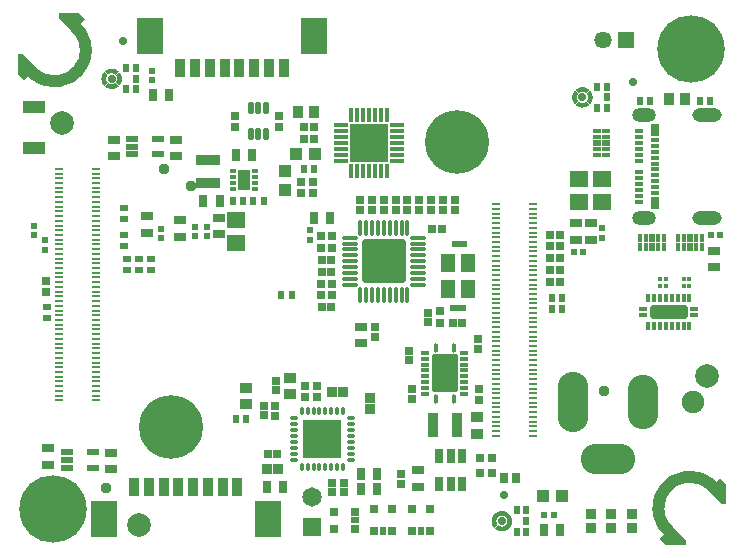
<source format=gbs>
G04*
G04 #@! TF.GenerationSoftware,Altium Limited,Altium Designer,21.6.1 (37)*
G04*
G04 Layer_Color=16711935*
%FSLAX44Y44*%
%MOMM*%
G71*
G04*
G04 #@! TF.SameCoordinates,7F95C58A-CF7D-4278-AF47-FD52C239B5E1*
G04*
G04*
G04 #@! TF.FilePolarity,Negative*
G04*
G01*
G75*
%ADD48R,0.6200X0.6200*%
%ADD50R,0.6200X0.6200*%
%ADD62R,0.6220X0.7000*%
%ADD64R,1.0000X0.8000*%
%ADD65R,0.8000X1.0000*%
%ADD66R,1.1032X0.9032*%
%ADD67R,0.9032X1.1032*%
%ADD68R,0.7532X0.6532*%
%ADD69R,0.6532X0.7532*%
%ADD70R,0.7232X0.7232*%
%ADD71R,0.7232X0.7232*%
%ADD73C,0.9532*%
%ADD76C,2.0000*%
%ADD81R,1.6000X1.4000*%
%ADD82R,0.5500X0.6500*%
%ADD83R,1.1000X1.0000*%
G04:AMPARAMS|DCode=84|XSize=0.38mm|YSize=0.74mm|CornerRadius=0.13mm|HoleSize=0mm|Usage=FLASHONLY|Rotation=90.000|XOffset=0mm|YOffset=0mm|HoleType=Round|Shape=RoundedRectangle|*
%AMROUNDEDRECTD84*
21,1,0.3800,0.4800,0,0,90.0*
21,1,0.1200,0.7400,0,0,90.0*
1,1,0.2600,0.2400,0.0600*
1,1,0.2600,0.2400,-0.0600*
1,1,0.2600,-0.2400,-0.0600*
1,1,0.2600,-0.2400,0.0600*
%
%ADD84ROUNDEDRECTD84*%
G04:AMPARAMS|DCode=86|XSize=0.39mm|YSize=0.79mm|CornerRadius=0.1325mm|HoleSize=0mm|Usage=FLASHONLY|Rotation=0.000|XOffset=0mm|YOffset=0mm|HoleType=Round|Shape=RoundedRectangle|*
%AMROUNDEDRECTD86*
21,1,0.3900,0.5250,0,0,0.0*
21,1,0.1250,0.7900,0,0,0.0*
1,1,0.2650,0.0625,-0.2625*
1,1,0.2650,-0.0625,-0.2625*
1,1,0.2650,-0.0625,0.2625*
1,1,0.2650,0.0625,0.2625*
%
%ADD86ROUNDEDRECTD86*%
%ADD88R,0.6500X0.5500*%
G04:AMPARAMS|DCode=93|XSize=2.19mm|YSize=3.19mm|CornerRadius=0.1213mm|HoleSize=0mm|Usage=FLASHONLY|Rotation=0.000|XOffset=0mm|YOffset=0mm|HoleType=Round|Shape=RoundedRectangle|*
%AMROUNDEDRECTD93*
21,1,2.1900,2.9475,0,0,0.0*
21,1,1.9475,3.1900,0,0,0.0*
1,1,0.2425,0.9738,-1.4738*
1,1,0.2425,-0.9738,-1.4738*
1,1,0.2425,-0.9738,1.4738*
1,1,0.2425,0.9738,1.4738*
%
%ADD93ROUNDEDRECTD93*%
%ADD95R,0.6500X0.7500*%
%ADD97R,0.7200X0.7200*%
%ADD110C,0.7032*%
%ADD111R,1.4680X1.4680*%
%ADD112C,1.4680*%
%ADD114C,0.5060*%
%ADD115C,5.7032*%
%ADD116O,4.6000X2.6000*%
%ADD117O,2.6000X5.1000*%
%ADD118O,2.6000X4.6000*%
%ADD119C,1.9000*%
%ADD120R,1.6500X1.6500*%
%ADD121C,1.6500*%
%ADD122O,2.0000X1.2000*%
%ADD123O,2.5000X1.2000*%
%ADD124C,0.6080*%
%ADD139C,1.0000*%
%ADD197R,1.3000X1.5000*%
%ADD198R,0.7532X0.8532*%
%ADD199R,0.8232X0.8232*%
%ADD200R,0.8232X0.8232*%
%ADD201R,0.6632X0.6232*%
G04:AMPARAMS|DCode=202|XSize=0.35mm|YSize=1.3mm|CornerRadius=0.0813mm|HoleSize=0mm|Usage=FLASHONLY|Rotation=90.000|XOffset=0mm|YOffset=0mm|HoleType=Round|Shape=RoundedRectangle|*
%AMROUNDEDRECTD202*
21,1,0.3500,1.1375,0,0,90.0*
21,1,0.1875,1.3000,0,0,90.0*
1,1,0.1625,0.5688,0.0938*
1,1,0.1625,0.5688,-0.0938*
1,1,0.1625,-0.5688,-0.0938*
1,1,0.1625,-0.5688,0.0938*
%
%ADD202ROUNDEDRECTD202*%
G04:AMPARAMS|DCode=203|XSize=0.35mm|YSize=0.7mm|CornerRadius=0.1125mm|HoleSize=0mm|Usage=FLASHONLY|Rotation=180.000|XOffset=0mm|YOffset=0mm|HoleType=Round|Shape=RoundedRectangle|*
%AMROUNDEDRECTD203*
21,1,0.3500,0.4750,0,0,180.0*
21,1,0.1250,0.7000,0,0,180.0*
1,1,0.2250,-0.0625,0.2375*
1,1,0.2250,0.0625,0.2375*
1,1,0.2250,0.0625,-0.2375*
1,1,0.2250,-0.0625,-0.2375*
%
%ADD203ROUNDEDRECTD203*%
%ADD204R,0.8000X0.2800*%
%ADD205R,1.9032X1.0032*%
%ADD206R,0.4000X0.6500*%
%ADD207R,0.5000X0.6500*%
%ADD208R,0.9000X0.9000*%
%ADD209R,0.4200X0.4600*%
G04:AMPARAMS|DCode=210|XSize=0.39mm|YSize=0.74mm|CornerRadius=0.095mm|HoleSize=0mm|Usage=FLASHONLY|Rotation=0.000|XOffset=0mm|YOffset=0mm|HoleType=Round|Shape=RoundedRectangle|*
%AMROUNDEDRECTD210*
21,1,0.3900,0.5500,0,0,0.0*
21,1,0.2000,0.7400,0,0,0.0*
1,1,0.1900,0.1000,-0.2750*
1,1,0.1900,-0.1000,-0.2750*
1,1,0.1900,-0.1000,0.2750*
1,1,0.1900,0.1000,0.2750*
%
%ADD210ROUNDEDRECTD210*%
G04:AMPARAMS|DCode=211|XSize=0.39mm|YSize=0.74mm|CornerRadius=0.095mm|HoleSize=0mm|Usage=FLASHONLY|Rotation=90.000|XOffset=0mm|YOffset=0mm|HoleType=Round|Shape=RoundedRectangle|*
%AMROUNDEDRECTD211*
21,1,0.3900,0.5500,0,0,90.0*
21,1,0.2000,0.7400,0,0,90.0*
1,1,0.1900,0.2750,0.1000*
1,1,0.1900,0.2750,-0.1000*
1,1,0.1900,-0.2750,-0.1000*
1,1,0.1900,-0.2750,0.1000*
%
%ADD211ROUNDEDRECTD211*%
G04:AMPARAMS|DCode=212|XSize=1.14mm|YSize=3.14mm|CornerRadius=0.12mm|HoleSize=0mm|Usage=FLASHONLY|Rotation=90.000|XOffset=0mm|YOffset=0mm|HoleType=Round|Shape=RoundedRectangle|*
%AMROUNDEDRECTD212*
21,1,1.1400,2.9000,0,0,90.0*
21,1,0.9000,3.1400,0,0,90.0*
1,1,0.2400,1.4500,0.4500*
1,1,0.2400,1.4500,-0.4500*
1,1,0.2400,-1.4500,-0.4500*
1,1,0.2400,-1.4500,0.4500*
%
%ADD212ROUNDEDRECTD212*%
%ADD213R,1.0000X1.1000*%
%ADD214R,0.7520X0.7520*%
%ADD215R,0.7520X0.5520*%
G04:AMPARAMS|DCode=216|XSize=0.35mm|YSize=1.3mm|CornerRadius=0.0813mm|HoleSize=0mm|Usage=FLASHONLY|Rotation=0.000|XOffset=0mm|YOffset=0mm|HoleType=Round|Shape=RoundedRectangle|*
%AMROUNDEDRECTD216*
21,1,0.3500,1.1375,0,0,0.0*
21,1,0.1875,1.3000,0,0,0.0*
1,1,0.1625,0.0938,-0.5688*
1,1,0.1625,-0.0938,-0.5688*
1,1,0.1625,-0.0938,0.5688*
1,1,0.1625,0.0938,0.5688*
%
%ADD216ROUNDEDRECTD216*%
%ADD217R,0.9000X2.1000*%
%ADD218R,0.8000X0.4000*%
%ADD219O,0.4000X1.2500*%
%ADD220R,0.7000X1.2500*%
%ADD221R,0.6000X0.3800*%
%ADD222R,1.0000X0.5000*%
G04:AMPARAMS|DCode=223|XSize=0.35mm|YSize=0.7mm|CornerRadius=0.1125mm|HoleSize=0mm|Usage=FLASHONLY|Rotation=90.000|XOffset=0mm|YOffset=0mm|HoleType=Round|Shape=RoundedRectangle|*
%AMROUNDEDRECTD223*
21,1,0.3500,0.4750,0,0,90.0*
21,1,0.1250,0.7000,0,0,90.0*
1,1,0.2250,0.2375,0.0625*
1,1,0.2250,0.2375,-0.0625*
1,1,0.2250,-0.2375,-0.0625*
1,1,0.2250,-0.2375,0.0625*
%
%ADD223ROUNDEDRECTD223*%
G04:AMPARAMS|DCode=224|XSize=0.552mm|YSize=1.052mm|CornerRadius=0.176mm|HoleSize=0mm|Usage=FLASHONLY|Rotation=180.000|XOffset=0mm|YOffset=0mm|HoleType=Round|Shape=RoundedRectangle|*
%AMROUNDEDRECTD224*
21,1,0.5520,0.7000,0,0,180.0*
21,1,0.2000,1.0520,0,0,180.0*
1,1,0.3520,-0.1000,0.3500*
1,1,0.3520,0.1000,0.3500*
1,1,0.3520,0.1000,-0.3500*
1,1,0.3520,-0.1000,-0.3500*
%
%ADD224ROUNDEDRECTD224*%
%ADD225R,0.7500X0.6500*%
%ADD226R,0.7520X0.7520*%
%ADD227R,0.5520X0.7520*%
%ADD228R,2.1000X0.9000*%
%ADD229R,1.0000X1.7000*%
%ADD230R,0.6500X0.4000*%
%ADD231R,0.6500X0.5000*%
%ADD232R,0.9000X1.5000*%
%ADD233R,2.2000X3.1000*%
%ADD234R,3.2000X3.2000*%
%ADD235O,1.2500X0.4000*%
%ADD236R,3.2500X3.2500*%
G04:AMPARAMS|DCode=237|XSize=3.8mm|YSize=3.8mm|CornerRadius=0.42mm|HoleSize=0mm|Usage=FLASHONLY|Rotation=90.000|XOffset=0mm|YOffset=0mm|HoleType=Round|Shape=RoundedRectangle|*
%AMROUNDEDRECTD237*
21,1,3.8000,2.9600,0,0,90.0*
21,1,2.9600,3.8000,0,0,90.0*
1,1,0.8400,1.4800,1.4800*
1,1,0.8400,1.4800,-1.4800*
1,1,0.8400,-1.4800,-1.4800*
1,1,0.8400,-1.4800,1.4800*
%
%ADD237ROUNDEDRECTD237*%
%ADD238R,0.8000X1.1000*%
%ADD239C,5.4000*%
G36*
X56823Y444809D02*
X46216Y434203D01*
X34547Y445872D01*
Y450000D01*
X51250D01*
X56823Y444809D01*
D02*
G37*
G36*
X79942Y403112D02*
X80373Y403080D01*
X80802Y403026D01*
X81228Y402951D01*
X81650Y402854D01*
X82066Y402737D01*
X82476Y402599D01*
X82878Y402440D01*
X83272Y402262D01*
X83656Y402064D01*
X84030Y401847D01*
X84393Y401612D01*
X84743Y401359D01*
X85081Y401088D01*
X85432Y400776D01*
X82604Y397947D01*
X82446Y398081D01*
X82267Y398220D01*
X82081Y398351D01*
X81889Y398472D01*
X81691Y398583D01*
X81488Y398685D01*
X81280Y398776D01*
X81068Y398858D01*
X80853Y398929D01*
X80634Y398989D01*
X80412Y399038D01*
X80189Y399077D01*
X79963Y399105D01*
X79737Y399121D01*
X79510Y399127D01*
X79283Y399121D01*
X79057Y399105D01*
X78831Y399077D01*
X78608Y399038D01*
X78386Y398989D01*
X78167Y398929D01*
X77951Y398858D01*
X77740Y398776D01*
X77532Y398685D01*
X77329Y398583D01*
X77131Y398472D01*
X76939Y398351D01*
X76753Y398220D01*
X76574Y398081D01*
X76416Y397947D01*
X73588Y400776D01*
X73939Y401088D01*
X74276Y401359D01*
X74627Y401612D01*
X74990Y401847D01*
X75364Y402064D01*
X75748Y402262D01*
X76142Y402440D01*
X76544Y402599D01*
X76954Y402737D01*
X77370Y402854D01*
X77792Y402951D01*
X78218Y403026D01*
X78647Y403080D01*
X79078Y403112D01*
X79510Y403123D01*
X79942Y403112D01*
D02*
G37*
G36*
X15811Y403797D02*
X5204Y393191D01*
X0Y398750D01*
Y415465D01*
X4143D01*
X15811Y403797D01*
D02*
G37*
G36*
X85432Y388224D02*
X85081Y387912D01*
X84743Y387641D01*
X84393Y387388D01*
X84030Y387153D01*
X83656Y386936D01*
X83272Y386738D01*
X82878Y386560D01*
X82476Y386401D01*
X82066Y386263D01*
X81650Y386146D01*
X81228Y386049D01*
X80802Y385974D01*
X80373Y385920D01*
X79942Y385888D01*
X79510Y385877D01*
X79078Y385888D01*
X78647Y385920D01*
X78218Y385974D01*
X77792Y386049D01*
X77370Y386146D01*
X76954Y386263D01*
X76544Y386401D01*
X76142Y386560D01*
X75748Y386738D01*
X75364Y386936D01*
X74990Y387153D01*
X74627Y387388D01*
X74276Y387641D01*
X73939Y387912D01*
X73588Y388224D01*
X76416Y391053D01*
X76574Y390919D01*
X76753Y390779D01*
X76939Y390649D01*
X77131Y390528D01*
X77329Y390417D01*
X77532Y390315D01*
X77740Y390224D01*
X77951Y390142D01*
X78167Y390071D01*
X78386Y390011D01*
X78608Y389962D01*
X78831Y389923D01*
X79057Y389895D01*
X79283Y389879D01*
X79510Y389873D01*
X79737Y389879D01*
X79963Y389895D01*
X80189Y389923D01*
X80412Y389962D01*
X80634Y390011D01*
X80853Y390071D01*
X81068Y390142D01*
X81280Y390224D01*
X81488Y390315D01*
X81691Y390417D01*
X81889Y390528D01*
X82081Y390649D01*
X82267Y390779D01*
X82446Y390919D01*
X82604Y391053D01*
X85432Y388224D01*
D02*
G37*
G36*
X86098Y400071D02*
X86369Y399734D01*
X86622Y399383D01*
X86857Y399020D01*
X87074Y398646D01*
X87272Y398262D01*
X87450Y397868D01*
X87608Y397466D01*
X87747Y397056D01*
X87864Y396640D01*
X87961Y396218D01*
X88036Y395792D01*
X88090Y395363D01*
X88122Y394932D01*
X88133Y394500D01*
X88122Y394068D01*
X88090Y393637D01*
X88036Y393208D01*
X87961Y392782D01*
X87864Y392360D01*
X87747Y391944D01*
X87608Y391535D01*
X87450Y391132D01*
X87272Y390738D01*
X87074Y390354D01*
X86857Y389980D01*
X86622Y389617D01*
X86369Y389267D01*
X86098Y388929D01*
X85786Y388578D01*
X82957Y391406D01*
X83091Y391564D01*
X83230Y391743D01*
X83361Y391929D01*
X83482Y392121D01*
X83593Y392319D01*
X83695Y392522D01*
X83786Y392730D01*
X83868Y392942D01*
X83939Y393157D01*
X83999Y393376D01*
X84048Y393598D01*
X84087Y393821D01*
X84115Y394047D01*
X84131Y394273D01*
X84137Y394500D01*
X84131Y394727D01*
X84115Y394953D01*
X84087Y395179D01*
X84048Y395402D01*
X83999Y395624D01*
X83939Y395843D01*
X83868Y396058D01*
X83786Y396270D01*
X83695Y396478D01*
X83593Y396681D01*
X83482Y396879D01*
X83361Y397071D01*
X83230Y397257D01*
X83091Y397436D01*
X82957Y397594D01*
X85786Y400422D01*
X86098Y400071D01*
D02*
G37*
G36*
X76063Y397594D02*
X75929Y397436D01*
X75789Y397257D01*
X75659Y397071D01*
X75538Y396879D01*
X75427Y396681D01*
X75325Y396478D01*
X75234Y396270D01*
X75152Y396058D01*
X75081Y395843D01*
X75021Y395624D01*
X74972Y395402D01*
X74933Y395179D01*
X74905Y394953D01*
X74889Y394727D01*
X74883Y394500D01*
X74889Y394273D01*
X74905Y394047D01*
X74933Y393821D01*
X74972Y393598D01*
X75021Y393376D01*
X75081Y393157D01*
X75152Y392942D01*
X75234Y392730D01*
X75325Y392522D01*
X75427Y392319D01*
X75538Y392121D01*
X75659Y391929D01*
X75789Y391743D01*
X75929Y391564D01*
X76063Y391406D01*
X73234Y388578D01*
X72922Y388929D01*
X72651Y389267D01*
X72398Y389617D01*
X72163Y389980D01*
X71946Y390354D01*
X71748Y390738D01*
X71570Y391132D01*
X71411Y391535D01*
X71273Y391944D01*
X71156Y392360D01*
X71059Y392782D01*
X70984Y393208D01*
X70930Y393637D01*
X70897Y394068D01*
X70887Y394500D01*
X70897Y394932D01*
X70930Y395363D01*
X70984Y395792D01*
X71059Y396218D01*
X71156Y396640D01*
X71273Y397056D01*
X71411Y397466D01*
X71570Y397868D01*
X71748Y398262D01*
X71946Y398646D01*
X72163Y399020D01*
X72398Y399383D01*
X72651Y399734D01*
X72922Y400071D01*
X73234Y400422D01*
X76063Y397594D01*
D02*
G37*
G36*
X478582Y387362D02*
X479013Y387330D01*
X479442Y387276D01*
X479868Y387201D01*
X480290Y387104D01*
X480706Y386987D01*
X481115Y386849D01*
X481518Y386690D01*
X481912Y386512D01*
X482296Y386314D01*
X482670Y386097D01*
X483033Y385862D01*
X483383Y385609D01*
X483721Y385338D01*
X484072Y385025D01*
X481244Y382197D01*
X481086Y382331D01*
X480907Y382471D01*
X480721Y382601D01*
X480529Y382722D01*
X480331Y382833D01*
X480128Y382935D01*
X479920Y383026D01*
X479708Y383108D01*
X479493Y383179D01*
X479274Y383239D01*
X479052Y383288D01*
X478829Y383327D01*
X478603Y383355D01*
X478377Y383371D01*
X478150Y383377D01*
X477923Y383371D01*
X477697Y383355D01*
X477471Y383327D01*
X477248Y383288D01*
X477026Y383239D01*
X476807Y383179D01*
X476591Y383108D01*
X476380Y383026D01*
X476172Y382935D01*
X475969Y382833D01*
X475771Y382722D01*
X475579Y382601D01*
X475393Y382471D01*
X475214Y382331D01*
X475056Y382197D01*
X472228Y385025D01*
X472579Y385338D01*
X472916Y385609D01*
X473267Y385862D01*
X473630Y386097D01*
X474004Y386314D01*
X474388Y386512D01*
X474782Y386690D01*
X475185Y386849D01*
X475594Y386987D01*
X476010Y387104D01*
X476432Y387201D01*
X476858Y387276D01*
X477287Y387330D01*
X477718Y387362D01*
X478150Y387373D01*
X478582Y387362D01*
D02*
G37*
G36*
X484072Y372474D02*
X483721Y372162D01*
X483383Y371891D01*
X483033Y371638D01*
X482670Y371403D01*
X482296Y371186D01*
X481912Y370988D01*
X481518Y370810D01*
X481115Y370651D01*
X480706Y370513D01*
X480290Y370396D01*
X479868Y370299D01*
X479442Y370224D01*
X479013Y370170D01*
X478582Y370138D01*
X478150Y370127D01*
X477718Y370138D01*
X477287Y370170D01*
X476858Y370224D01*
X476432Y370299D01*
X476010Y370396D01*
X475594Y370513D01*
X475185Y370651D01*
X474782Y370810D01*
X474388Y370988D01*
X474004Y371186D01*
X473630Y371403D01*
X473267Y371638D01*
X472916Y371891D01*
X472579Y372162D01*
X472228Y372474D01*
X475056Y375303D01*
X475214Y375169D01*
X475393Y375029D01*
X475579Y374899D01*
X475771Y374778D01*
X475969Y374667D01*
X476172Y374565D01*
X476380Y374474D01*
X476591Y374392D01*
X476807Y374321D01*
X477026Y374261D01*
X477248Y374212D01*
X477471Y374173D01*
X477697Y374145D01*
X477923Y374129D01*
X478150Y374123D01*
X478377Y374129D01*
X478603Y374145D01*
X478829Y374173D01*
X479052Y374212D01*
X479274Y374261D01*
X479493Y374321D01*
X479708Y374392D01*
X479920Y374474D01*
X480128Y374565D01*
X480331Y374667D01*
X480529Y374778D01*
X480721Y374899D01*
X480907Y375029D01*
X481086Y375169D01*
X481244Y375303D01*
X484072Y372474D01*
D02*
G37*
G36*
X484738Y384321D02*
X485009Y383983D01*
X485262Y383633D01*
X485497Y383270D01*
X485714Y382896D01*
X485912Y382512D01*
X486090Y382118D01*
X486249Y381716D01*
X486387Y381306D01*
X486504Y380890D01*
X486601Y380468D01*
X486676Y380042D01*
X486730Y379613D01*
X486762Y379182D01*
X486773Y378750D01*
X486762Y378318D01*
X486730Y377887D01*
X486676Y377458D01*
X486601Y377032D01*
X486504Y376610D01*
X486387Y376194D01*
X486249Y375784D01*
X486090Y375382D01*
X485912Y374988D01*
X485714Y374604D01*
X485497Y374230D01*
X485262Y373867D01*
X485009Y373517D01*
X484738Y373179D01*
X484426Y372828D01*
X481597Y375656D01*
X481731Y375814D01*
X481870Y375993D01*
X482001Y376179D01*
X482122Y376371D01*
X482233Y376569D01*
X482335Y376772D01*
X482426Y376980D01*
X482508Y377192D01*
X482579Y377407D01*
X482639Y377626D01*
X482688Y377848D01*
X482727Y378071D01*
X482755Y378297D01*
X482771Y378523D01*
X482777Y378750D01*
X482771Y378977D01*
X482755Y379203D01*
X482727Y379429D01*
X482688Y379652D01*
X482639Y379874D01*
X482579Y380093D01*
X482508Y380308D01*
X482426Y380520D01*
X482335Y380728D01*
X482233Y380931D01*
X482122Y381129D01*
X482001Y381321D01*
X481870Y381507D01*
X481731Y381686D01*
X481597Y381844D01*
X484426Y384672D01*
X484738Y384321D01*
D02*
G37*
G36*
X474703Y381844D02*
X474569Y381686D01*
X474430Y381507D01*
X474299Y381321D01*
X474178Y381129D01*
X474067Y380931D01*
X473965Y380728D01*
X473874Y380520D01*
X473792Y380308D01*
X473721Y380093D01*
X473661Y379874D01*
X473612Y379652D01*
X473573Y379429D01*
X473545Y379203D01*
X473529Y378977D01*
X473523Y378750D01*
X473529Y378523D01*
X473545Y378297D01*
X473573Y378071D01*
X473612Y377848D01*
X473661Y377626D01*
X473721Y377407D01*
X473792Y377192D01*
X473874Y376980D01*
X473965Y376772D01*
X474067Y376569D01*
X474178Y376371D01*
X474299Y376179D01*
X474430Y375993D01*
X474569Y375814D01*
X474703Y375656D01*
X471874Y372828D01*
X471562Y373179D01*
X471291Y373517D01*
X471038Y373867D01*
X470803Y374230D01*
X470586Y374604D01*
X470388Y374988D01*
X470210Y375382D01*
X470051Y375784D01*
X469913Y376194D01*
X469796Y376610D01*
X469699Y377032D01*
X469624Y377458D01*
X469570Y377887D01*
X469538Y378318D01*
X469527Y378750D01*
X469538Y379182D01*
X469570Y379613D01*
X469624Y380042D01*
X469699Y380468D01*
X469796Y380890D01*
X469913Y381306D01*
X470051Y381716D01*
X470210Y382118D01*
X470388Y382512D01*
X470586Y382896D01*
X470803Y383270D01*
X471038Y383633D01*
X471291Y383983D01*
X471562Y384321D01*
X471874Y384672D01*
X474703Y381844D01*
D02*
G37*
G36*
X600000Y51250D02*
Y34535D01*
X595857D01*
X584189Y46203D01*
X594796Y56809D01*
X600000Y51250D01*
D02*
G37*
G36*
X410332Y28612D02*
X410763Y28580D01*
X411192Y28526D01*
X411618Y28451D01*
X412040Y28354D01*
X412456Y28237D01*
X412865Y28099D01*
X413268Y27940D01*
X413662Y27762D01*
X414046Y27564D01*
X414420Y27347D01*
X414783Y27112D01*
X415134Y26859D01*
X415471Y26588D01*
X415822Y26276D01*
X412994Y23447D01*
X412836Y23581D01*
X412657Y23721D01*
X412471Y23851D01*
X412279Y23972D01*
X412081Y24083D01*
X411878Y24185D01*
X411670Y24276D01*
X411458Y24358D01*
X411243Y24429D01*
X411024Y24489D01*
X410802Y24538D01*
X410579Y24577D01*
X410353Y24605D01*
X410127Y24621D01*
X409900Y24627D01*
X409673Y24621D01*
X409447Y24605D01*
X409221Y24577D01*
X408998Y24538D01*
X408776Y24489D01*
X408557Y24429D01*
X408341Y24358D01*
X408130Y24276D01*
X407922Y24185D01*
X407719Y24083D01*
X407521Y23972D01*
X407329Y23851D01*
X407143Y23721D01*
X406964Y23581D01*
X406806Y23447D01*
X403978Y26276D01*
X404329Y26588D01*
X404666Y26859D01*
X405017Y27112D01*
X405380Y27347D01*
X405754Y27564D01*
X406138Y27762D01*
X406532Y27940D01*
X406935Y28099D01*
X407344Y28237D01*
X407760Y28354D01*
X408182Y28451D01*
X408608Y28526D01*
X409037Y28580D01*
X409468Y28612D01*
X409900Y28623D01*
X410332Y28612D01*
D02*
G37*
G36*
X415822Y13724D02*
X415471Y13412D01*
X415134Y13141D01*
X414783Y12888D01*
X414420Y12653D01*
X414046Y12436D01*
X413662Y12238D01*
X413268Y12060D01*
X412865Y11901D01*
X412456Y11763D01*
X412040Y11646D01*
X411618Y11549D01*
X411192Y11474D01*
X410763Y11420D01*
X410332Y11388D01*
X409900Y11377D01*
X409468Y11388D01*
X409037Y11420D01*
X408608Y11474D01*
X408182Y11549D01*
X407760Y11646D01*
X407344Y11763D01*
X406935Y11901D01*
X406532Y12060D01*
X406138Y12238D01*
X405754Y12436D01*
X405380Y12653D01*
X405017Y12888D01*
X404666Y13141D01*
X404329Y13412D01*
X403978Y13724D01*
X406806Y16553D01*
X406964Y16419D01*
X407143Y16279D01*
X407329Y16149D01*
X407521Y16028D01*
X407719Y15917D01*
X407922Y15815D01*
X408130Y15724D01*
X408341Y15642D01*
X408557Y15571D01*
X408776Y15511D01*
X408998Y15462D01*
X409221Y15423D01*
X409447Y15395D01*
X409673Y15379D01*
X409900Y15373D01*
X410127Y15379D01*
X410353Y15395D01*
X410579Y15423D01*
X410802Y15462D01*
X411024Y15511D01*
X411243Y15571D01*
X411458Y15642D01*
X411670Y15724D01*
X411878Y15815D01*
X412081Y15917D01*
X412279Y16028D01*
X412471Y16149D01*
X412657Y16279D01*
X412836Y16419D01*
X412994Y16553D01*
X415822Y13724D01*
D02*
G37*
G36*
X416488Y25571D02*
X416759Y25234D01*
X417012Y24883D01*
X417247Y24520D01*
X417464Y24146D01*
X417662Y23762D01*
X417840Y23368D01*
X417999Y22966D01*
X418137Y22556D01*
X418254Y22140D01*
X418351Y21718D01*
X418426Y21292D01*
X418480Y20863D01*
X418512Y20432D01*
X418523Y20000D01*
X418512Y19568D01*
X418480Y19137D01*
X418426Y18708D01*
X418351Y18282D01*
X418254Y17860D01*
X418137Y17444D01*
X417999Y17034D01*
X417840Y16632D01*
X417662Y16238D01*
X417464Y15854D01*
X417247Y15480D01*
X417012Y15117D01*
X416759Y14766D01*
X416488Y14429D01*
X416176Y14078D01*
X413347Y16906D01*
X413481Y17064D01*
X413620Y17243D01*
X413751Y17429D01*
X413872Y17621D01*
X413983Y17819D01*
X414085Y18022D01*
X414176Y18230D01*
X414258Y18442D01*
X414329Y18657D01*
X414389Y18876D01*
X414438Y19098D01*
X414477Y19321D01*
X414505Y19547D01*
X414521Y19773D01*
X414527Y20000D01*
X414521Y20227D01*
X414505Y20453D01*
X414477Y20679D01*
X414438Y20902D01*
X414389Y21124D01*
X414329Y21343D01*
X414258Y21558D01*
X414176Y21770D01*
X414085Y21978D01*
X413983Y22181D01*
X413872Y22379D01*
X413751Y22571D01*
X413620Y22757D01*
X413481Y22936D01*
X413347Y23094D01*
X416176Y25922D01*
X416488Y25571D01*
D02*
G37*
G36*
X406453Y23094D02*
X406319Y22936D01*
X406180Y22757D01*
X406049Y22571D01*
X405928Y22379D01*
X405817Y22181D01*
X405715Y21978D01*
X405624Y21770D01*
X405542Y21558D01*
X405471Y21343D01*
X405411Y21124D01*
X405362Y20902D01*
X405323Y20679D01*
X405295Y20453D01*
X405279Y20227D01*
X405273Y20000D01*
X405279Y19773D01*
X405295Y19547D01*
X405323Y19321D01*
X405362Y19098D01*
X405411Y18876D01*
X405471Y18657D01*
X405542Y18442D01*
X405624Y18230D01*
X405715Y18022D01*
X405817Y17819D01*
X405928Y17621D01*
X406049Y17429D01*
X406180Y17243D01*
X406319Y17064D01*
X406453Y16906D01*
X403624Y14078D01*
X403312Y14429D01*
X403041Y14766D01*
X402788Y15117D01*
X402553Y15480D01*
X402336Y15854D01*
X402138Y16238D01*
X401960Y16632D01*
X401801Y17034D01*
X401663Y17444D01*
X401546Y17860D01*
X401449Y18282D01*
X401374Y18708D01*
X401320Y19137D01*
X401287Y19568D01*
X401277Y20000D01*
X401287Y20432D01*
X401320Y20863D01*
X401374Y21292D01*
X401449Y21718D01*
X401546Y22140D01*
X401663Y22556D01*
X401801Y22966D01*
X401960Y23368D01*
X402138Y23762D01*
X402336Y24146D01*
X402553Y24520D01*
X402788Y24883D01*
X403041Y25234D01*
X403312Y25571D01*
X403624Y25922D01*
X406453Y23094D01*
D02*
G37*
G36*
X565453Y4128D02*
Y0D01*
X548750D01*
X543177Y5191D01*
X553784Y15797D01*
X565453Y4128D01*
D02*
G37*
D48*
X113500Y401250D02*
D03*
Y393250D02*
D03*
X121500Y259500D02*
D03*
Y267500D02*
D03*
X23500Y257750D02*
D03*
Y249750D02*
D03*
X14000Y262000D02*
D03*
Y270000D02*
D03*
X150000Y261000D02*
D03*
Y269000D02*
D03*
X247500Y258250D02*
D03*
Y266250D02*
D03*
X160000Y261000D02*
D03*
Y269000D02*
D03*
X495000Y259750D02*
D03*
Y267750D02*
D03*
D50*
X587000Y262500D02*
D03*
X595000D02*
D03*
X446000Y25000D02*
D03*
X454000D02*
D03*
X479000Y247500D02*
D03*
X471000D02*
D03*
D62*
X422420Y29000D02*
D03*
X430640D02*
D03*
X422420Y11000D02*
D03*
X430640Y20000D02*
D03*
Y11000D02*
D03*
X92030Y403500D02*
D03*
X100250D02*
D03*
X92030Y385500D02*
D03*
X100250Y394500D02*
D03*
Y385500D02*
D03*
X490670Y387750D02*
D03*
X498890D02*
D03*
X490670Y369750D02*
D03*
X498890Y378750D02*
D03*
Y369750D02*
D03*
D64*
X290500Y184500D02*
D03*
X26000Y67750D02*
D03*
X339000Y49000D02*
D03*
X81500Y329000D02*
D03*
X134000Y343000D02*
D03*
Y329000D02*
D03*
X81500Y343000D02*
D03*
X26000Y81750D02*
D03*
X78750Y77750D02*
D03*
Y63750D02*
D03*
X290500Y170500D02*
D03*
X339000Y63000D02*
D03*
X109250Y278000D02*
D03*
Y264000D02*
D03*
X137500Y274500D02*
D03*
Y260500D02*
D03*
X170000Y277000D02*
D03*
Y263000D02*
D03*
X589750Y234750D02*
D03*
Y248750D02*
D03*
X472500Y272000D02*
D03*
Y258000D02*
D03*
X485000Y272000D02*
D03*
Y258000D02*
D03*
D65*
X290500Y60000D02*
D03*
X184500Y330250D02*
D03*
X459500Y12500D02*
D03*
X445500D02*
D03*
X128500Y380750D02*
D03*
X114500D02*
D03*
X157000Y291000D02*
D03*
X171000D02*
D03*
X198500Y330250D02*
D03*
X264750Y276250D02*
D03*
X250750D02*
D03*
X210750Y49250D02*
D03*
X224750D02*
D03*
X304500Y60000D02*
D03*
Y47500D02*
D03*
X290500D02*
D03*
D66*
X389000Y94000D02*
D03*
Y108000D02*
D03*
X193500Y119000D02*
D03*
Y133000D02*
D03*
X230750Y127500D02*
D03*
Y141500D02*
D03*
D67*
X251000Y366000D02*
D03*
X237000D02*
D03*
X565250Y377750D02*
D03*
X551250D02*
D03*
D68*
X330000Y292000D02*
D03*
Y283000D02*
D03*
X360000Y283000D02*
D03*
Y292000D02*
D03*
X350000Y292000D02*
D03*
Y283000D02*
D03*
X334000Y132000D02*
D03*
Y123000D02*
D03*
X243000Y125000D02*
D03*
Y134000D02*
D03*
X370000Y283000D02*
D03*
Y292000D02*
D03*
X320000Y283000D02*
D03*
Y292000D02*
D03*
X290000Y283000D02*
D03*
Y292000D02*
D03*
X310000Y283000D02*
D03*
Y292000D02*
D03*
X221500Y354000D02*
D03*
Y363000D02*
D03*
X184000Y354000D02*
D03*
Y363000D02*
D03*
X24000Y223250D02*
D03*
Y214250D02*
D03*
D69*
X450500Y262500D02*
D03*
X459500D02*
D03*
X450500Y252500D02*
D03*
X459500D02*
D03*
X266000Y251000D02*
D03*
X257000D02*
D03*
X266000Y261000D02*
D03*
X257000D02*
D03*
X266000Y211000D02*
D03*
X257000D02*
D03*
X266000Y221000D02*
D03*
X257000D02*
D03*
X242000Y343500D02*
D03*
X251000D02*
D03*
X450500Y242500D02*
D03*
X459500D02*
D03*
X459500Y232500D02*
D03*
X450500D02*
D03*
X459500Y222500D02*
D03*
X450500D02*
D03*
D70*
X217750Y117250D02*
D03*
Y109250D02*
D03*
X208500Y117500D02*
D03*
Y109500D02*
D03*
X276500Y44500D02*
D03*
Y52500D02*
D03*
X266500Y44500D02*
D03*
Y52500D02*
D03*
X300000Y291500D02*
D03*
Y283500D02*
D03*
X347500Y188500D02*
D03*
Y196500D02*
D03*
X302500Y176000D02*
D03*
Y184000D02*
D03*
X340000Y291500D02*
D03*
Y283500D02*
D03*
X324250Y59500D02*
D03*
Y51500D02*
D03*
X390000Y174000D02*
D03*
Y166000D02*
D03*
X331500Y156000D02*
D03*
Y164000D02*
D03*
X219000Y138750D02*
D03*
Y130750D02*
D03*
D71*
X211500Y77000D02*
D03*
X219500D02*
D03*
X257500Y201000D02*
D03*
X265500D02*
D03*
X257500Y241000D02*
D03*
X265500D02*
D03*
X359000Y267500D02*
D03*
X351000D02*
D03*
X257500Y231000D02*
D03*
X265500D02*
D03*
X376500Y187500D02*
D03*
X368500D02*
D03*
X242500Y353500D02*
D03*
X250500D02*
D03*
D73*
X496500Y129750D02*
D03*
X74750Y47750D02*
D03*
X146500Y303750D02*
D03*
X123750Y318000D02*
D03*
D76*
X103000Y16750D02*
D03*
X37500Y357250D02*
D03*
X583750Y142500D02*
D03*
D81*
X185000Y255500D02*
D03*
Y274500D02*
D03*
X475000Y290500D02*
D03*
Y309500D02*
D03*
X495000Y290500D02*
D03*
Y309500D02*
D03*
D82*
X526500Y376000D02*
D03*
X535500D02*
D03*
X184500Y106500D02*
D03*
X193500D02*
D03*
X452000Y209250D02*
D03*
X461000D02*
D03*
X461000Y199750D02*
D03*
X452000D02*
D03*
X577500Y376000D02*
D03*
X586500D02*
D03*
X251000Y318500D02*
D03*
X242000D02*
D03*
X208500Y291000D02*
D03*
X199500D02*
D03*
X191000D02*
D03*
X182000D02*
D03*
X232000Y211500D02*
D03*
X223000D02*
D03*
D83*
X226500Y300500D02*
D03*
Y316500D02*
D03*
D84*
X345000Y162500D02*
D03*
X378000Y127500D02*
D03*
X345000Y157500D02*
D03*
Y152500D02*
D03*
Y147500D02*
D03*
Y142500D02*
D03*
Y137500D02*
D03*
Y132500D02*
D03*
Y127500D02*
D03*
X378000Y132500D02*
D03*
Y137500D02*
D03*
Y142500D02*
D03*
Y147500D02*
D03*
Y152500D02*
D03*
Y157500D02*
D03*
Y162500D02*
D03*
D86*
X369000Y123500D02*
D03*
X354000D02*
D03*
X369000Y166500D02*
D03*
X354000D02*
D03*
D88*
X24750Y192250D02*
D03*
Y201250D02*
D03*
X102500Y233000D02*
D03*
Y242000D02*
D03*
X92500D02*
D03*
Y233000D02*
D03*
X112500Y233000D02*
D03*
Y242000D02*
D03*
X90000Y253000D02*
D03*
Y262000D02*
D03*
X89750Y275750D02*
D03*
Y284750D02*
D03*
D93*
X361500Y145000D02*
D03*
D95*
X401500Y73500D02*
D03*
X240000Y297500D02*
D03*
X250000Y307500D02*
D03*
X240000D02*
D03*
X250000Y297500D02*
D03*
X391500Y73500D02*
D03*
X401500Y61000D02*
D03*
X391500D02*
D03*
D97*
X390500Y122500D02*
D03*
Y131500D02*
D03*
X253000Y125000D02*
D03*
Y134000D02*
D03*
D110*
X409900Y20000D02*
D03*
X88750Y426875D02*
D03*
X79510Y394500D02*
D03*
X521000Y392150D02*
D03*
X478150Y378750D02*
D03*
X411900Y42000D02*
D03*
D111*
X515250Y427000D02*
D03*
D112*
X495250D02*
D03*
D114*
X10507Y398494D02*
D03*
X23942Y390716D02*
D03*
X38084D02*
D03*
X51343Y398671D02*
D03*
X59298Y411929D02*
D03*
Y426071D02*
D03*
X51519Y439506D02*
D03*
X548480Y10494D02*
D03*
X540702Y23929D02*
D03*
Y38071D02*
D03*
X548657Y51329D02*
D03*
X561916Y59284D02*
D03*
X576058D02*
D03*
X589493Y51506D02*
D03*
D115*
X30000Y30000D02*
D03*
X570000Y420000D02*
D03*
D116*
X499500Y72750D02*
D03*
D117*
X469750Y121000D02*
D03*
D118*
X529750Y121000D02*
D03*
D119*
X571500Y121000D02*
D03*
D120*
X248750Y15250D02*
D03*
D121*
Y40650D02*
D03*
D122*
X530400Y277000D02*
D03*
Y363400D02*
D03*
D123*
X584000Y277000D02*
D03*
Y363400D02*
D03*
D124*
X129500Y78500D02*
D03*
Y120000D02*
D03*
X150250Y99250D02*
D03*
X108750D02*
D03*
X371500Y320500D02*
D03*
Y362000D02*
D03*
X392250Y341250D02*
D03*
X350750D02*
D03*
D139*
X12275Y400262D02*
X14141Y398565D01*
X16160Y397054D01*
X18313Y395742D01*
X20582Y394640D01*
X22944Y393758D01*
X25380Y393106D01*
X27867Y392687D01*
X30383Y392508D01*
X32904Y392567D01*
X35408Y392867D01*
X37872Y393403D01*
X40274Y394171D01*
X42592Y395163D01*
X44806Y396372D01*
X46894Y397786D01*
X48839Y399391D01*
X50622Y401175D01*
X52228Y403119D01*
X53641Y405208D01*
X54850Y407421D01*
X55842Y409739D01*
X56610Y412141D01*
X57146Y414606D01*
X57446Y417110D01*
X57506Y419631D01*
X57326Y422146D01*
X56908Y424633D01*
X56255Y427069D01*
X55374Y429432D01*
X54272Y431700D01*
X52959Y433854D01*
X51448Y435872D01*
X49752Y437738D01*
X587725Y49738D02*
X585859Y51435D01*
X583840Y52946D01*
X581687Y54258D01*
X579418Y55360D01*
X577056Y56242D01*
X574620Y56894D01*
X572133Y57313D01*
X569617Y57492D01*
X567096Y57432D01*
X564592Y57133D01*
X562128Y56597D01*
X559726Y55829D01*
X557408Y54837D01*
X555194Y53628D01*
X553106Y52214D01*
X551161Y50609D01*
X549378Y48825D01*
X547772Y46881D01*
X546359Y44792D01*
X545150Y42579D01*
X544157Y40261D01*
X543390Y37859D01*
X542854Y35394D01*
X542554Y32891D01*
X542494Y30369D01*
X542674Y27854D01*
X543092Y25367D01*
X543745Y22931D01*
X544626Y20568D01*
X545728Y18300D01*
X547041Y16147D01*
X548552Y14128D01*
X550248Y12262D01*
D197*
X380952Y238312D02*
D03*
Y216312D02*
D03*
X363952D02*
D03*
Y238312D02*
D03*
D198*
X422000Y56750D02*
D03*
X412000D02*
D03*
D199*
X211000Y64250D02*
D03*
X220000D02*
D03*
X275000Y129500D02*
D03*
X266000D02*
D03*
D200*
X298000Y115000D02*
D03*
Y124000D02*
D03*
D201*
X377300Y254250D02*
D03*
X370700D02*
D03*
X369200Y200750D02*
D03*
X375800D02*
D03*
D202*
X281500Y235000D02*
D03*
X338500Y220000D02*
D03*
Y255000D02*
D03*
X281500Y220000D02*
D03*
Y245000D02*
D03*
Y260000D02*
D03*
Y240000D02*
D03*
Y255000D02*
D03*
Y250000D02*
D03*
Y230000D02*
D03*
Y225000D02*
D03*
X338500Y230000D02*
D03*
Y260000D02*
D03*
Y240000D02*
D03*
Y235000D02*
D03*
Y250000D02*
D03*
Y245000D02*
D03*
Y225000D02*
D03*
D203*
X245500Y113500D02*
D03*
Y65500D02*
D03*
X250500D02*
D03*
X270500D02*
D03*
X240500D02*
D03*
X255500D02*
D03*
X260500D02*
D03*
X265500D02*
D03*
X275500D02*
D03*
X270500Y113500D02*
D03*
X240500D02*
D03*
X260500D02*
D03*
X265500D02*
D03*
X250500D02*
D03*
X255500D02*
D03*
X275500D02*
D03*
D204*
X435899Y132250D02*
D03*
Y276250D02*
D03*
Y280250D02*
D03*
Y268250D02*
D03*
Y272250D02*
D03*
X405099Y280250D02*
D03*
Y276250D02*
D03*
Y268250D02*
D03*
Y272250D02*
D03*
Y288250D02*
D03*
Y284250D02*
D03*
Y264250D02*
D03*
Y260250D02*
D03*
Y256250D02*
D03*
Y252250D02*
D03*
Y248250D02*
D03*
Y244250D02*
D03*
Y240250D02*
D03*
Y236250D02*
D03*
Y232250D02*
D03*
Y228250D02*
D03*
Y224250D02*
D03*
Y220250D02*
D03*
Y216250D02*
D03*
Y212250D02*
D03*
Y208250D02*
D03*
Y204250D02*
D03*
Y200250D02*
D03*
Y196250D02*
D03*
Y192250D02*
D03*
Y188250D02*
D03*
Y184250D02*
D03*
Y180250D02*
D03*
Y176250D02*
D03*
Y172250D02*
D03*
Y168250D02*
D03*
Y164250D02*
D03*
Y160250D02*
D03*
Y156250D02*
D03*
Y152250D02*
D03*
Y148250D02*
D03*
Y144250D02*
D03*
Y140250D02*
D03*
Y136250D02*
D03*
Y132250D02*
D03*
Y128250D02*
D03*
Y124250D02*
D03*
Y120250D02*
D03*
Y116250D02*
D03*
Y112250D02*
D03*
Y108250D02*
D03*
Y104250D02*
D03*
Y100250D02*
D03*
Y96250D02*
D03*
Y92250D02*
D03*
X435899Y288250D02*
D03*
Y284250D02*
D03*
Y264250D02*
D03*
Y260250D02*
D03*
Y256250D02*
D03*
Y252250D02*
D03*
Y248250D02*
D03*
Y244250D02*
D03*
Y240250D02*
D03*
Y236250D02*
D03*
Y232250D02*
D03*
Y228250D02*
D03*
Y224250D02*
D03*
Y220250D02*
D03*
Y216250D02*
D03*
Y212250D02*
D03*
Y208250D02*
D03*
Y204250D02*
D03*
Y200250D02*
D03*
Y196250D02*
D03*
Y192250D02*
D03*
Y188250D02*
D03*
Y184250D02*
D03*
Y180250D02*
D03*
Y176250D02*
D03*
Y172250D02*
D03*
Y168250D02*
D03*
Y164250D02*
D03*
Y160250D02*
D03*
Y156250D02*
D03*
Y152250D02*
D03*
Y148250D02*
D03*
Y144250D02*
D03*
Y140250D02*
D03*
Y136250D02*
D03*
Y128250D02*
D03*
Y124250D02*
D03*
Y120250D02*
D03*
Y116250D02*
D03*
Y112250D02*
D03*
Y108250D02*
D03*
Y104250D02*
D03*
Y100250D02*
D03*
Y96250D02*
D03*
Y92250D02*
D03*
X65899Y198250D02*
D03*
Y194250D02*
D03*
Y190250D02*
D03*
Y186250D02*
D03*
Y122250D02*
D03*
Y126250D02*
D03*
Y130250D02*
D03*
Y134250D02*
D03*
Y138250D02*
D03*
Y142250D02*
D03*
Y146250D02*
D03*
Y150250D02*
D03*
Y154250D02*
D03*
Y158250D02*
D03*
Y162250D02*
D03*
Y166250D02*
D03*
Y170250D02*
D03*
Y174250D02*
D03*
Y178250D02*
D03*
Y182250D02*
D03*
Y202250D02*
D03*
Y206250D02*
D03*
Y210250D02*
D03*
Y214250D02*
D03*
Y218250D02*
D03*
Y222250D02*
D03*
Y226250D02*
D03*
Y230250D02*
D03*
Y234250D02*
D03*
Y238250D02*
D03*
Y242250D02*
D03*
Y246250D02*
D03*
Y250250D02*
D03*
Y254250D02*
D03*
Y258250D02*
D03*
Y262250D02*
D03*
Y266250D02*
D03*
Y270250D02*
D03*
Y274250D02*
D03*
Y278250D02*
D03*
Y282250D02*
D03*
Y286250D02*
D03*
Y290250D02*
D03*
Y294250D02*
D03*
Y298250D02*
D03*
Y302250D02*
D03*
Y306250D02*
D03*
Y310250D02*
D03*
Y314250D02*
D03*
Y318250D02*
D03*
X35099Y122250D02*
D03*
Y126250D02*
D03*
Y130250D02*
D03*
Y134250D02*
D03*
Y138250D02*
D03*
Y142250D02*
D03*
Y146250D02*
D03*
Y150250D02*
D03*
Y154250D02*
D03*
Y158250D02*
D03*
Y162250D02*
D03*
Y166250D02*
D03*
Y170250D02*
D03*
Y174250D02*
D03*
Y178250D02*
D03*
Y182250D02*
D03*
Y186250D02*
D03*
Y190250D02*
D03*
Y194250D02*
D03*
Y198250D02*
D03*
Y202250D02*
D03*
Y206250D02*
D03*
Y210250D02*
D03*
Y214250D02*
D03*
Y218250D02*
D03*
Y222250D02*
D03*
Y226250D02*
D03*
Y230250D02*
D03*
Y234250D02*
D03*
Y238250D02*
D03*
Y242250D02*
D03*
Y246250D02*
D03*
Y250250D02*
D03*
Y254250D02*
D03*
Y258250D02*
D03*
Y262250D02*
D03*
Y266250D02*
D03*
Y270250D02*
D03*
Y274250D02*
D03*
Y278250D02*
D03*
Y282250D02*
D03*
Y286250D02*
D03*
Y290250D02*
D03*
Y294250D02*
D03*
Y298250D02*
D03*
Y302250D02*
D03*
Y306250D02*
D03*
Y310250D02*
D03*
Y314250D02*
D03*
Y318250D02*
D03*
D205*
X14000Y370250D02*
D03*
Y336250D02*
D03*
D206*
X579147Y259650D02*
D03*
X574147D02*
D03*
X564147D02*
D03*
X559147D02*
D03*
Y251850D02*
D03*
X564147D02*
D03*
X574147D02*
D03*
X579147D02*
D03*
X532147D02*
D03*
X527147D02*
D03*
X542147D02*
D03*
X547147D02*
D03*
X532147Y259650D02*
D03*
X527147D02*
D03*
X542147D02*
D03*
X547147D02*
D03*
D207*
X569147D02*
D03*
Y251850D02*
D03*
X537147D02*
D03*
Y259650D02*
D03*
D208*
X502500Y13750D02*
D03*
Y26250D02*
D03*
X485000Y13750D02*
D03*
Y26250D02*
D03*
X520000Y13750D02*
D03*
Y26250D02*
D03*
D209*
X548769Y219283D02*
D03*
Y224883D02*
D03*
X563769Y219283D02*
D03*
Y224883D02*
D03*
X543769Y219283D02*
D03*
Y224883D02*
D03*
X568769Y219283D02*
D03*
Y224883D02*
D03*
D210*
X563769Y185583D02*
D03*
X568769D02*
D03*
X563769Y208583D02*
D03*
X568769D02*
D03*
X558769D02*
D03*
X553769Y185583D02*
D03*
X543769D02*
D03*
X558769D02*
D03*
X538769D02*
D03*
X533769D02*
D03*
X548769Y208583D02*
D03*
X553769D02*
D03*
X538769D02*
D03*
X543769D02*
D03*
X533769D02*
D03*
X548769Y185583D02*
D03*
D211*
X572769Y199583D02*
D03*
Y194583D02*
D03*
X529769Y199583D02*
D03*
Y194583D02*
D03*
D212*
X551269Y197083D02*
D03*
D213*
X445000Y41000D02*
D03*
X461000D02*
D03*
X236000Y331000D02*
D03*
X252000D02*
D03*
D214*
X267750Y28000D02*
D03*
Y13000D02*
D03*
X285750D02*
D03*
Y28000D02*
D03*
D215*
Y20500D02*
D03*
D216*
X310000Y211500D02*
D03*
Y268500D02*
D03*
X290000D02*
D03*
X305000D02*
D03*
X300000D02*
D03*
X315000D02*
D03*
X295000D02*
D03*
X305000Y211500D02*
D03*
X315000D02*
D03*
X295000D02*
D03*
X290000D02*
D03*
X300000D02*
D03*
X325000Y268500D02*
D03*
X320000D02*
D03*
X330000D02*
D03*
Y211500D02*
D03*
X325000D02*
D03*
X320000D02*
D03*
D217*
X371500Y101000D02*
D03*
X351500D02*
D03*
D218*
X539300Y332700D02*
D03*
X526300Y335200D02*
D03*
X539300Y307700D02*
D03*
X526300Y305200D02*
D03*
X539300Y342700D02*
D03*
Y337700D02*
D03*
Y327700D02*
D03*
Y322700D02*
D03*
Y317700D02*
D03*
Y312700D02*
D03*
X526300Y290200D02*
D03*
Y295200D02*
D03*
Y300200D02*
D03*
Y310200D02*
D03*
Y315200D02*
D03*
Y325200D02*
D03*
Y330200D02*
D03*
Y340200D02*
D03*
Y345200D02*
D03*
Y350200D02*
D03*
X539300Y302700D02*
D03*
Y297700D02*
D03*
D219*
X282500Y316000D02*
D03*
Y364000D02*
D03*
X297500D02*
D03*
X292500D02*
D03*
X302500D02*
D03*
X287500D02*
D03*
X297500Y316000D02*
D03*
X302500D02*
D03*
X287500D02*
D03*
X292500D02*
D03*
X312500Y364000D02*
D03*
X307500D02*
D03*
Y316000D02*
D03*
X312500D02*
D03*
D220*
X366500Y75250D02*
D03*
X357000Y51750D02*
D03*
X376000Y75250D02*
D03*
X357000D02*
D03*
X366500Y51750D02*
D03*
X376000D02*
D03*
D221*
X201000Y316000D02*
D03*
X182000D02*
D03*
X201000Y311000D02*
D03*
Y306000D02*
D03*
Y301000D02*
D03*
X182000Y311000D02*
D03*
Y306000D02*
D03*
Y301000D02*
D03*
D222*
X41750Y78250D02*
D03*
Y65250D02*
D03*
X97000Y343500D02*
D03*
Y330500D02*
D03*
Y337000D02*
D03*
X119000Y330500D02*
D03*
Y343500D02*
D03*
X41750Y71750D02*
D03*
X63750Y65250D02*
D03*
Y78250D02*
D03*
D223*
X234000Y107000D02*
D03*
Y77000D02*
D03*
Y72000D02*
D03*
Y82000D02*
D03*
Y92000D02*
D03*
Y87000D02*
D03*
X282000Y92000D02*
D03*
Y77000D02*
D03*
Y72000D02*
D03*
Y87000D02*
D03*
Y82000D02*
D03*
X234000Y102000D02*
D03*
Y97000D02*
D03*
X282000Y102000D02*
D03*
Y97000D02*
D03*
Y107000D02*
D03*
D224*
X197250Y369500D02*
D03*
X203750D02*
D03*
X210250D02*
D03*
Y347500D02*
D03*
X203750D02*
D03*
X197250D02*
D03*
D225*
X357500Y187500D02*
D03*
Y197500D02*
D03*
D226*
X349000Y30000D02*
D03*
X334000D02*
D03*
Y12000D02*
D03*
X349000D02*
D03*
X316500Y30000D02*
D03*
X301500D02*
D03*
Y12000D02*
D03*
X316500D02*
D03*
D227*
X341500D02*
D03*
X309000D02*
D03*
D228*
X161500Y326000D02*
D03*
Y306000D02*
D03*
D229*
X191500Y308500D02*
D03*
D230*
X497900Y335000D02*
D03*
Y330000D02*
D03*
Y345000D02*
D03*
Y350000D02*
D03*
X490100Y335000D02*
D03*
Y330000D02*
D03*
Y345000D02*
D03*
Y350000D02*
D03*
D231*
X497900Y340000D02*
D03*
X490100D02*
D03*
D232*
X161000Y48500D02*
D03*
X98500D02*
D03*
X111000D02*
D03*
X123500D02*
D03*
X148500D02*
D03*
X136000D02*
D03*
X186000D02*
D03*
X173500D02*
D03*
X162750Y403500D02*
D03*
X225250D02*
D03*
X212750D02*
D03*
X200250D02*
D03*
X175250D02*
D03*
X187750D02*
D03*
X137750D02*
D03*
X150250D02*
D03*
D233*
X73000Y21500D02*
D03*
X211500D02*
D03*
X250750Y430500D02*
D03*
X112250D02*
D03*
D234*
X258000Y89500D02*
D03*
D235*
X273500Y355000D02*
D03*
Y345000D02*
D03*
Y340000D02*
D03*
Y350000D02*
D03*
Y335000D02*
D03*
Y330000D02*
D03*
Y325000D02*
D03*
X321500Y330000D02*
D03*
Y335000D02*
D03*
Y355000D02*
D03*
Y345000D02*
D03*
Y340000D02*
D03*
Y350000D02*
D03*
Y325000D02*
D03*
D236*
X297500Y340000D02*
D03*
D237*
X310000Y240000D02*
D03*
D238*
X539300Y351200D02*
D03*
Y289200D02*
D03*
D239*
X129500Y99250D02*
D03*
X371500Y341250D02*
D03*
M02*

</source>
